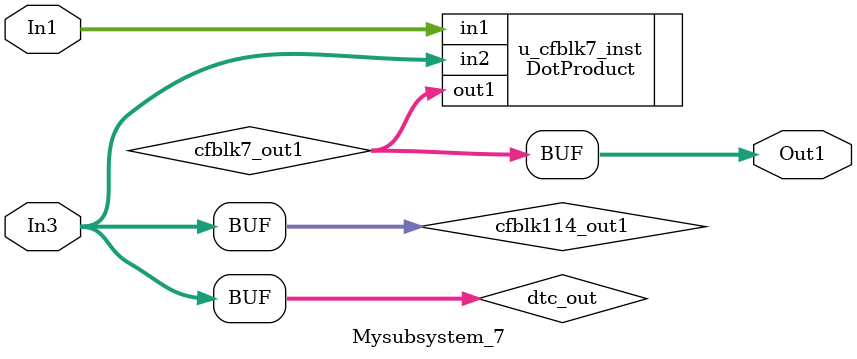
<source format=v>



`timescale 1 ns / 1 ns

module Mysubsystem_7
          (In1,
           In3,
           Out1);


  input   [7:0] In1;  // uint8
  input   [7:0] In3;  // uint8
  output  [15:0] Out1;  // uint16


  wire [7:0] dtc_out;  // ufix8
  wire [7:0] cfblk114_out1;  // uint8
  wire [15:0] cfblk7_out1;  // uint16


  assign dtc_out = In3;



  assign cfblk114_out1 = dtc_out;



  DotProduct u_cfblk7_inst (.in1(In1),  // uint8
                            .in2(cfblk114_out1),  // uint8
                            .out1(cfblk7_out1)  // uint16
                            );

  assign Out1 = cfblk7_out1;

endmodule  // Mysubsystem_7


</source>
